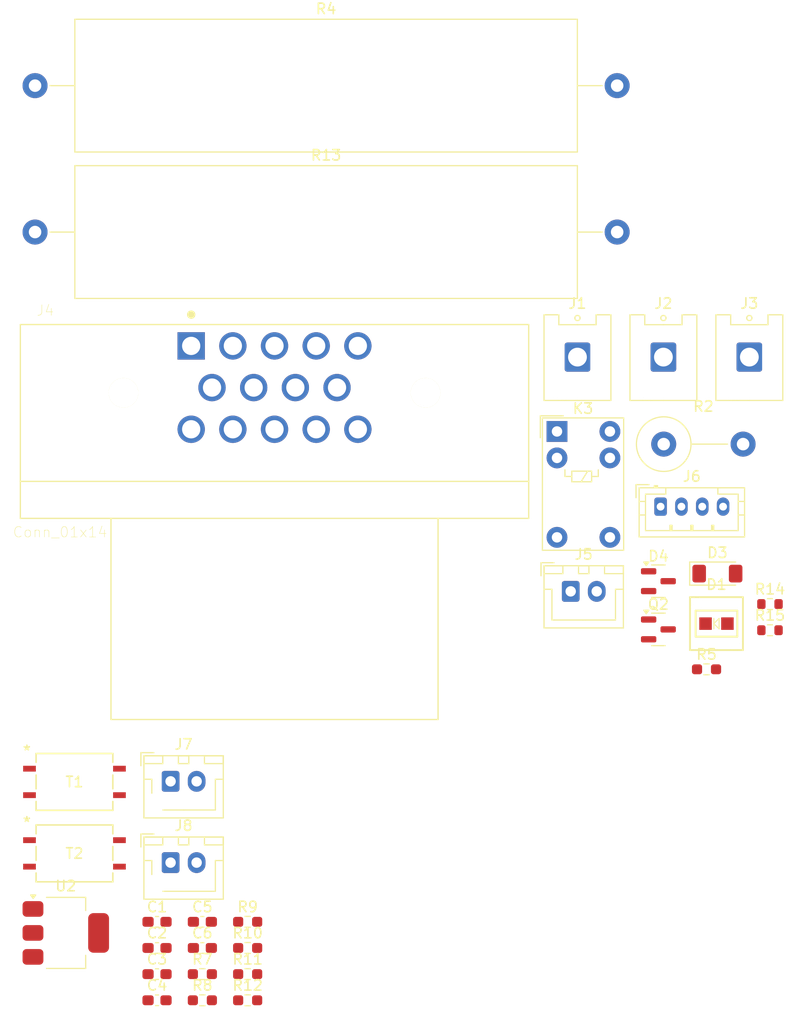
<source format=kicad_pcb>
(kicad_pcb (version 20240108) (generator "pcbnew") (generator_version "8.0")
  (layers (0 "F.Cu" signal) (31 "B.Cu" signal) (34 "B.Paste" user) (35 "F.Paste" user) (36 "B.SilkS" user "B.Silkscreen") (37 "F.SilkS" user "F.Silkscreen") (38 "B.Mask" user) (39 "F.Mask" user) (44 "Edge.Cuts" user))
  (net 0 "")
  (net 1 "GND")
  (net 2 "+3.3V")
  (net 3 "+12V")
  (net 4 "/B-")
  (net 5 "Net-(D1-A)")
  (net 6 "/MAIN_CONT")
  (net 7 "/AIR_B+")
  (net 8 "/AIR_B-")
  (net 9 "/B+")
  (net 10 "/INT")
  (net 11 "/CS1")
  (net 12 "/FAN")
  (net 13 "/MOSI")
  (net 14 "/CS2")
  (net 15 "/MISO")
  (net 16 "/PRECHARGE")
  (net 17 "/SCK")
  (net 18 "/FAN_OUT")
  (net 19 "/IsoSpi/IMA1")
  (net 20 "/IsoSpi/IPA1")
  (net 21 "/IsoSpi/IMA2")
  (net 22 "/IsoSpi/IPA2")
  (net 24 "/Relay_Drive")
  (net 25 "Net-(Q2-B)")
  (net 26 "Net-(K4-Pad4)")
  (net 27 "Net-(IC1-ICMP)")
  (net 28 "Net-(IC1-IBIAS)")
  (net 29 "Net-(IC2-IBIAS)")
  (net 30 "Net-(IC2-ICMP)")
  (net 31 "Net-(IC1-IM)")
  (net 32 "Net-(IC1-IP)")
  (net 33 "Net-(IC2-IM)")
  (net 34 "Net-(IC2-IP)")
  (net 35 "Net-(K5-Pad4)")
  (footprint "Package_TO_SOT_SMD:SOT-223-3_TabPin2" (layer "F.Cu") (at 110.845 155.46)
    (property "Reference" "U2" (at 0 -4.5 0) (layer "F.SilkS"))
    (property "Value" "LT1963AxST-3.3")
    (fp_line (start -1.85 -3.41) (end 1.91 -3.41) (stroke (width 0.12)) (layer "F.SilkS"))
    (fp_line (start -1.85 3.41) (end 1.91 3.41) (stroke (width 0.12)) (layer "F.SilkS"))
    (fp_line (start 1.91 -3.41) (end 1.91 -2.15) (stroke (width 0.12)) (layer "F.SilkS"))
    (fp_line (start 1.91 3.41) (end 1.91 2.15) (stroke (width 0.12)) (layer "F.SilkS"))
    (fp_poly (pts (xy -3.13 -3.31) (xy -3.37 -3.64) (xy -2.89 -3.64) (xy -3.13 -3.31)) (stroke (width 0.12)) (fill solid) (layer "F.SilkS"))
    (pad "1" smd roundrect (at -3.15 -2.3) (size 2 1.5) (layers "F.Cu" "F.Paste" "F.Mask") (net 3 "+12V"))
    (pad "2" smd roundrect (at -3.15 0) (size 2 1.5) (layers "F.Cu" "F.Paste" "F.Mask") (net 1 "GND"))
    (pad "2" smd roundrect (at 3.15 0) (size 2 3.8) (layers "F.Cu" "F.Paste" "F.Mask") (net 1 "GND"))
    (pad "3" smd roundrect (at -3.15 2.3) (size 2 1.5) (layers "F.Cu" "F.Paste" "F.Mask") (net 2 "+3.3V"))
  )
  (footprint "Capacitor_SMD:C_0603_1608Metric_Pad1.08x0.95mm_HandSolder" (layer "F.Cu") (at 123.955 154.395)
    (property "Reference" "C5" (at 0 -1.43 0) (layer "F.SilkS"))
    (property "Value" "0.1u")
    (fp_line (start -0.146267 -0.51) (end 0.146267 -0.51) (stroke (width 0.12)) (layer "F.SilkS"))
    (fp_line (start -0.146267 0.51) (end 0.146267 0.51) (stroke (width 0.12)) (layer "F.SilkS"))
    (pad "1" smd roundrect (at -0.8625 0) (size 1.075 0.95) (layers "F.Cu" "F.Paste" "F.Mask") (net 2 "+3.3V"))
    (pad "2" smd roundrect (at 0.8625 0) (size 1.075 0.95) (layers "F.Cu" "F.Paste" "F.Mask") (net 1 "GND"))
  )
  (footprint "Connector_JST:JST_PH_B4B-PH-K_1x04_P2.00mm_Vertical" (layer "F.Cu") (at 167.945 114.555)
    (property "Reference" "J6" (at 3 -2.9 0) (layer "F.SilkS"))
    (property "Value" "JST PH")
    (fp_line (start -2.36 -2.11) (end -2.36 -0.86) (stroke (width 0.12)) (layer "F.SilkS"))
    (fp_line (start -2.06 -1.81) (end -2.06 2.91) (stroke (width 0.12)) (layer "F.SilkS"))
    (fp_line (start -2.06 -0.5) (end -1.45 -0.5) (stroke (width 0.12)) (layer "F.SilkS"))
    (fp_line (start -2.06 0.8) (end -1.45 0.8) (stroke (width 0.12)) (layer "F.SilkS"))
    (fp_line (start -2.06 2.91) (end 8.06 2.91) (stroke (width 0.12)) (layer "F.SilkS"))
    (fp_line (start -1.45 -1.2) (end -1.45 2.3) (stroke (width 0.12)) (layer "F.SilkS"))
    (fp_line (start -1.45 2.3) (end 7.45 2.3) (stroke (width 0.12)) (layer "F.SilkS"))
    (fp_line (start -1.11 -2.11) (end -2.36 -2.11) (stroke (width 0.12)) (layer "F.SilkS"))
    (fp_line (start -0.6 -2.01) (end -0.6 -1.81) (stroke (width 0.12)) (layer "F.SilkS"))
    (fp_line (start -0.3 -2.01) (end -0.6 -2.01) (stroke (width 0.12)) (layer "F.SilkS"))
    (fp_line (start -0.3 -1.91) (end -0.6 -1.91) (stroke (width 0.12)) (layer "F.SilkS"))
    (fp_line (start -0.3 -1.81) (end -0.3 -2.01) (stroke (width 0.12)) (layer "F.SilkS"))
    (fp_line (start 0.5 -1.81) (end 0.5 -1.2) (stroke (width 0.12)) (layer "F.SilkS"))
    (fp_line (start 0.5 -1.2) (end -1.45 -1.2) (stroke (width 0.12)) (layer "F.SilkS"))
    (fp_line (start 0.9 1.8) (end 1.1 1.8) (stroke (width 0.12)) (layer "F.SilkS"))
    (fp_line (start 0.9 2.3) (end 0.9 1.8) (stroke (width 0.12)) (layer "F.SilkS"))
    (fp_line (start 1 2.3) (end 1 1.8) (stroke (width 0.12)) (layer "F.SilkS"))
    (fp_line (start 1.1 1.8) (end 1.1 2.3) (stroke (width 0.12)) (layer "F.SilkS"))
    (fp_line (start 2.9 1.8) (end 3.1 1.8) (stroke (width 0.12)) (layer "F.SilkS"))
    (fp_line (start 2.9 2.3) (end 2.9 1.8) (stroke (width 0.12)) (layer "F.SilkS"))
    (fp_line (start 3 2.3) (end 3 1.8) (stroke (width 0.12)) (layer "F.SilkS"))
    (fp_line (start 3.1 1.8) (end 3.1 2.3) (stroke (width 0.12)) (layer "F.SilkS"))
    (fp_line (start 4.9 1.8) (end 5.1 1.8) (stroke (width 0.12)) (layer "F.SilkS"))
    (fp_line (start 4.9 2.3) (end 4.9 1.8) (stroke (width 0.12)) (layer "F.SilkS"))
    (fp_line (start 5 2.3) (end 5 1.8) (stroke (width 0.12)) (layer "F.SilkS"))
    (fp_line (start 5.1 1.8) (end 5.1 2.3) (stroke (width 0.12)) (layer "F.SilkS"))
    (fp_line (start 5.5 -1.2) (end 5.5 -1.81) (stroke (width 0.12)) (layer "F.SilkS"))
    (fp_line (start 7.45 -1.2) (end 5.5 -1.2) (stroke (width 0.12)) (layer "F.SilkS"))
    (fp_line (start 7.45 2.3) (end 7.45 -1.2) (stroke (width 0.12)) (layer "F.SilkS"))
    (fp_line (start 8.06 -1.81) (end -2.06 -1.81) (stroke (width 0.12)) (layer "F.SilkS"))
    (fp_line (start 8.06 -0.5) (end 7.45 -0.5) (stroke (width 0.12)) (layer "F.SilkS"))
    (fp_line (start 8.06 0.8) (end 7.45 0.8) (stroke (width 0.12)) (layer "F.SilkS"))
    (fp_line (start 8.06 2.91) (end 8.06 -1.81) (stroke (width 0.12)) (layer "F.SilkS"))
    (pad "1" thru_hole roundrect (at 0 0) (size 1.2 1.75) (drill 0.75) (layers "*.Cu" "*.Mask") (roundrect_rratio 0.208333) (net 7 "/AIR_B+"))
    (pad "2" thru_hole oval (at 2 0) (size 1.2 1.75) (drill 0.75) (layers "*.Cu" "*.Mask") (net 8 "/AIR_B-"))
    (pad "3" thru_hole oval (at 4 0) (size 1.2 1.75) (drill 0.75) (layers "*.Cu" "*.Mask") (net 1 "GND"))
    (pad "4" thru_hole oval (at 6 0) (size 1.2 1.75) (drill 0.75) (layers "*.Cu" "*.Mask") (net 1 "GND"))
  )
  (footprint "Connector_Hirose:Hirose_DF63M-1P-3.96DSA_1x01_P3.96mm_Vertical" (layer "F.Cu") (at 168.215 100.205)
    (property "Reference" "J2" (at 0 -5.15 0) (layer "F.SilkS"))
    (property "Value" "Conn_01x01")
    (fp_line (start -3.21 -4.06) (end -1.79 -4.06) (stroke (width 0.12)) (layer "F.SilkS"))
    (fp_line (start -3.21 4.16) (end -3.21 -4.06) (stroke (width 0.12)) (layer "F.SilkS"))
    (fp_line (start -1.79 -4.06) (end -1.79 -3.11) (stroke (width 0.12)) (layer "F.SilkS"))
    (fp_line (start -1.79 -3.11) (end 0 -3.11) (stroke (width 0.12)) (layer "F.SilkS"))
    (fp_line (start 0 4.16) (end -3.21 4.16) (stroke (width 0.12)) (layer "F.SilkS"))
    (fp_line (start 0 4.16) (end 3.21 4.16) (stroke (width 0.12)) (layer "F.SilkS"))
    (fp_line (start 1.79 -4.06) (end 1.79 -3.11) (stroke (width 0.12)) (layer "F.SilkS"))
    (fp_line (start 1.79 -3.11) (end 0 -3.11) (stroke (width 0.12)) (layer "F.SilkS"))
    (fp_line (start 3.21 -4.06) (end 1.79 -4.06) (stroke (width 0.12)) (layer "F.SilkS"))
    (fp_line (start 3.21 4.16) (end 3.21 -4.06) (stroke (width 0.12)) (layer "F.SilkS"))
    (fp_circle (center 0 -3.75) (end 0.25 -3.75) (stroke (width 0.12)) (fill none) (layer "F.SilkS"))
    (pad "" np_thru_hole circle (at -1.5 3.25) (size 1.6 1.6) (drill 1.6) (layers "*.Cu" "*.Mask"))
    (pad "1" thru_hole roundrect (at 0 0) (size 2.46 2.8) (drill 1.8) (layers "*.Cu" "*.Mask") (roundrect_rratio 0.101626) (net 9 "/B+"))
  )
  (footprint "Resistor_SMD:R_0603_1608Metric_Pad0.98x0.95mm_HandSolder" (layer "F.Cu") (at 123.955 161.925)
    (property "Reference" "R8" (at 0 -1.43 0) (layer "F.SilkS"))
    (property "Value" "1k")
    (fp_line (start -0.254724 -0.5225) (end 0.254724 -0.5225) (stroke (width 0.12)) (layer "F.SilkS"))
    (fp_line (start -0.254724 0.5225) (end 0.254724 0.5225) (stroke (width 0.12)) (layer "F.SilkS"))
    (pad "1" smd roundrect (at -0.9125 0) (size 0.975 0.95) (layers "F.Cu" "F.Paste" "F.Mask") (net 27 "Net-(IC1-ICMP)"))
    (pad "2" smd roundrect (at 0.9125 0) (size 0.975 0.95) (layers "F.Cu" "F.Paste" "F.Mask") (net 1 "GND"))
  )
  (footprint "Connector_JST:JST_XH_B2B-XH-AM_1x02_P2.50mm_Vertical" (layer "F.Cu") (at 120.905 140.915)
    (property "Reference" "J7" (at 1.25 -3.55 0) (layer "F.SilkS"))
    (property "Value" "Conn_01x02")
    (fp_line (start -2.85 -2.75) (end -2.85 -1.5) (stroke (width 0.12)) (layer "F.SilkS"))
    (fp_line (start -2.56 -2.46) (end -2.56 3.51) (stroke (width 0.12)) (layer "F.SilkS"))
    (fp_line (start -2.56 3.51) (end 5.06 3.51) (stroke (width 0.12)) (layer "F.SilkS"))
    (fp_line (start -2.55 -2.45) (end -2.55 -1.7) (stroke (width 0.12)) (layer "F.SilkS"))
    (fp_line (start -2.55 -1.7) (end -0.75 -1.7) (stroke (width 0.12)) (layer "F.SilkS"))
    (fp_line (start -2.55 -0.2) (end -1.8 -0.2) (stroke (width 0.12)) (layer "F.SilkS"))
    (fp_line (start -1.8 -0.2) (end -1.8 1.14) (stroke (width 0.12)) (layer "F.SilkS"))
    (fp_line (start -1.6 -2.75) (end -2.85 -2.75) (stroke (width 0.12)) (layer "F.SilkS"))
    (fp_line (start -0.75 -2.45) (end -2.55 -2.45) (stroke (width 0.12)) (layer "F.SilkS"))
    (fp_line (start -0.75 -1.7) (end -0.75 -2.45) (stroke (width 0.12)) (layer "F.SilkS"))
    (fp_line (start 0.75 -2.45) (end 0.75 -1.7) (stroke (width 0.12)) (layer "F.SilkS"))
    (fp_line (start 0.75 -1.7) (end 1.75 -1.7) (stroke (width 0.12)) (layer "F.SilkS"))
    (fp_line (start 1.25 2.75) (end -0.74 2.75) (stroke (width 0.12)) (layer "F.SilkS"))
    (fp_line (start 1.75 -2.45) (end 0.75 -2.45) (stroke (width 0.12)) (layer "F.SilkS"))
    (fp_line (start 1.75 -1.7) (end 1.75 -2.45) (stroke (width 0.12)) (layer "F.SilkS"))
    (fp_line (start 3.25 -2.45) (end 3.25 -1.7) (stroke (width 0.12)) (layer "F.SilkS"))
    (fp_line (start 3.25 -1.7) (end 5.05 -1.7) (stroke (width 0.12)) (layer "F.SilkS"))
    (fp_line (start 4.3 -0.2) (end 4.3 2.75) (stroke (width 0.12)) (layer "F.SilkS"))
    (fp_line (start 4.3 2.75) (end 1.25 2.75) (stroke (width 0.12)) (layer "F.SilkS"))
    (fp_line (start 5.05 -2.45) (end 3.25 -2.45) (stroke (width 0.12)) (layer "F.SilkS"))
    (fp_line (start 5.05 -1.7) (end 5.05 -2.45) (stroke (width 0.12)) (layer "F.SilkS"))
    (fp_line (start 5.05 -0.2) (end 4.3 -0.2) (stroke (width 0.12)) (layer "F.SilkS"))
    (fp_line (start 5.06 -2.46) (end -2.56 -2.46) (stroke (width 0.12)) (layer "F.SilkS"))
    (fp_line (start 5.06 3.51) (end 5.06 -2.46) (stroke (width 0.12)) (layer "F.SilkS"))
    (pad "" np_thru_hole circle (at -1.6 2) (size 1.2 1.2) (drill 1.2) (layers "*.Cu" "*.Mask"))
    (pad "1" thru_hole roundrect (at 0 0) (size 1.7 2) (drill 1) (layers "*.Cu" "*.Mask") (roundrect_rratio 0.147059) (net 20 "/IsoSpi/IPA1"))
    (pad "2" thru_hole oval (at 2.5 0) (size 1.7 2) (drill 1) (layers "*.Cu" "*.Mask") (net 19 "/IsoSpi/IMA1"))
  )
  (footprint "Resistor_THT:R_Axial_Power_L48.0mm_W12.5mm_P55.88mm" (layer "F.Cu") (at 107.895 74.155)
    (property "Reference" "R4" (at 27.94 -7.37 0) (layer "F.SilkS"))
    (property "Value" "2.5K")
    (fp_line (start 1.44 0) (end 3.82 0) (stroke (width 0.12)) (layer "F.SilkS"))
    (fp_line (start 3.82 -6.37) (end 3.82 6.37) (stroke (width 0.12)) (layer "F.SilkS"))
    (fp_line (start 3.82 6.37) (end 52.06 6.37) (stroke (width 0.12)) (layer "F.SilkS"))
    (fp_line (start 52.06 -6.37) (end 3.82 -6.37) (stroke (width 0.12)) (layer "F.SilkS"))
    (fp_line (start 52.06 6.37) (end 52.06 -6.37) (stroke (width 0.12)) (layer "F.SilkS"))
    (fp_line (start 54.44 0) (end 52.06 0) (stroke (width 0.12)) (layer "F.SilkS"))
    (pad "1" thru_hole circle (at 0 0) (size 2.4 2.4) (drill 1.2) (layers "*.Cu" "*.Mask") (net 4 "/B-"))
    (pad "2" thru_hole oval (at 55.88 0) (size 2.4 2.4) (drill 1.2) (layers "*.Cu" "*.Mask") (net 26 "Net-(K4-Pad4)"))
  )
  (footprint "AERO_Footprints:LPA-C011301S-x LED 0805 LIGHT PIPE SINGLE VERT SMD" (layer "F.Cu") (at 173.31 125.78)
    (property "Reference" "D1" (at 0 -3.75 0) (layer "F.SilkS"))
    (property "Value" "LED")
    (fp_line (start -2.54 -2.54) (end 2.54 -2.54) (stroke (width 0.18)) (layer "F.SilkS"))
    (fp_line (start -2.54 2.54) (end -2.54 -2.54) (stroke (width 0.18)) (layer "F.SilkS"))
    (fp_line (start -2 -1.25) (end 2 -1.25) (stroke (width 0.18)) (layer "F.SilkS"))
    (fp_line (start -2 1.25) (end -2 -1.25) (stroke (width 0.18)) (layer "F.SilkS"))
    (fp_line (start -0.25 -0.5) (end -0.25 0.5) (stroke (width 0.1)) (layer "F.SilkS"))
    (fp_line (start -0.25 0) (end 0.25 -0.5) (stroke (width 0.1)) (layer "F.SilkS"))
    (fp_line (start 0.25 -0.5) (end 0.25 0.5) (stroke (width 0.1)) (layer "F.SilkS"))
    (fp_line (start 0.25 0.5) (end -0.25 0) (stroke (width 0.1)) (layer "F.SilkS"))
    (fp_line (start 2 -1.25) (end 2 1.25) (stroke (width 0.18)) (layer "F.SilkS"))
    (fp_line (start 2 1.25) (end -2 1.25) (stroke (width 0.18)) (layer "F.SilkS"))
    (fp_line (start 2.54 -2.54) (end 2.54 2.54) (stroke (width 0.18)) (layer "F.SilkS"))
    (fp_line (start 2.54 2.54) (end -2.54 2.54) (stroke (width 0.18)) (layer "F.SilkS"))
    (pad "" np_thru_hole circle (at -1.89 -1.89) (size 1 1) (drill 1) (layers "*.Cu" "*.Mask"))
    (pad "" np_thru_hole circle (at 1.89 1.89) (size 1 1) (drill 1) (layers "*.Cu" "*.Mask"))
    (pad "1" smd rect (at -1.05 0) (size 1.2 1.2) (layers "F.Cu" "F.Paste" "F.Mask") (net 4 "/B-"))
    (pad "2" smd rect (at 1.05 0) (size 1.2 1.2) (layers "F.Cu" "F.Paste" "F.Mask") (net 5 "Net-(D1-A)"))
  )
  (footprint "Resistor_SMD:R_0603_1608Metric_Pad0.98x0.95mm_HandSolder" (layer "F.Cu") (at 172.355 130.165)
    (property "Reference" "R5" (at 0 -1.43 0) (layer "F.SilkS"))
    (property "Value" "15k")
    (fp_line (start -0.254724 -0.5225) (end 0.254724 -0.5225) (stroke (width 0.12)) (layer "F.SilkS"))
    (fp_line (start -0.254724 0.5225) (end 0.254724 0.5225) (stroke (width 0.12)) (layer "F.SilkS"))
    (pad "1" smd roundrect (at -0.9125 0) (size 0.975 0.95) (layers "F.Cu" "F.Paste" "F.Mask") (net 1 "GND"))
    (pad "2" smd roundrect (at 0.9125 0) (size 0.975 0.95) (layers "F.Cu" "F.Paste" "F.Mask") (net 8 "/AIR_B-"))
  )
  (footprint "Connector_JST:JST_XH_B2B-XH-A_1x02_P2.50mm_Vertical" (layer "F.Cu") (at 159.315 122.685)
    (property "Reference" "J5" (at 1.25 -3.55 0) (layer "F.SilkS"))
    (property "Value" "Conn_01x02")
    (fp_line (start -2.85 -2.75) (end -2.85 -1.5) (stroke (width 0.12)) (layer "F.SilkS"))
    (fp_line (start -2.56 -2.46) (end -2.56 3.51) (stroke (width 0.12)) (layer "F.SilkS"))
    (fp_line (start -2.56 3.51) (end 5.06 3.51) (stroke (width 0.12)) (layer "F.SilkS"))
    (fp_line (start -2.55 -2.45) (end -2.55 -1.7) (stroke (width 0.12)) (layer "F.SilkS"))
    (fp_line (start -2.55 -1.7) (end -0.75 -1.7) (stroke (width 0.12)) (layer "F.SilkS"))
    (fp_line (start -2.55 -0.2) (end -1.8 -0.2) (stroke (width 0.12)) (layer "F.SilkS"))
    (fp_line (start -1.8 -0.2) (end -1.8 2.75) (stroke (width 0.12)) (layer "F.SilkS"))
    (fp_line (start -1.8 2.75) (end 1.25 2.75) (stroke (width 0.12)) (layer "F.SilkS"))
    (fp_line (start -1.6 -2.75) (end -2.85 -2.75) (stroke (width 0.12)) (layer "F.SilkS"))
    (fp_line (start -0.75 -2.45) (end -2.55 -2.45) (stroke (width 0.12)) (layer "F.SilkS"))
    (fp_line (start -0.75 -1.7) (end -0.75 -2.45) (stroke (width 0.12)) (layer "F.SilkS"))
    (fp_line (start 0.75 -2.45) (end 0.75 -1.7) (stroke (width 0.12)) (layer "F.SilkS"))
    (fp_line (start 0.75 -1.7) (end 1.75 -1.7) (stroke (width 0.12)) (layer "F.SilkS"))
    (fp_line (start 1.75 -2.45) (end 0.75 -2.45) (stroke (width 0.12)) (layer "F.SilkS"))
    (fp_line (start 1.75 -1.7) (end 1.75 -2.45) (stroke (width 0.12)) (layer "F.SilkS"))
    (fp_line (start 3.25 -2.45) (end 3.25 -1.7) (stroke (width 0.12)) (layer "F.SilkS"))
    (fp_line (start 3.25 -1.7) (end 5.05 -1.7) (stroke (width 0.12)) (layer "F.SilkS"))
    (fp_line (start 4.3 -0.2) (end 4.3 2.75) (stroke (width 0.12)) (layer "F.SilkS"))
    (fp_line (start 4.3 2.75) (end 1.25 2.75) (stroke (width 0.12)) (layer "F.SilkS"))
    (fp_line (start 5.05 -2.45) (end 3.25 -2.45) (stroke (width 0.12)) (layer "F.SilkS"))
    (fp_line (start 5.05 -1.7) (end 5.05 -2.45) (stroke (width 0.12)) (layer "F.SilkS"))
    (fp_line (start 5.05 -0.2) (end 4.3 -0.2) (stroke (width 0.12)) (layer "F.SilkS"))
    (fp_line (start 5.06 -2.46) (end -2.56 -2.46) (stroke (width 0.12)) (layer "F.SilkS"))
    (fp_line (start 5.06 3.51) (end 5.06 -2.46) (stroke (width 0.12)) (layer "F.SilkS"))
    (pad "1" thru_hole roundrect (at 0 0) (size 1.7 2) (drill 1) (layers "*.Cu" "*.Mask") (roundrect_rratio 0.147059) (net 18 "/FAN_OUT"))
    (pad "2" thru_hole oval (at 2.5 0) (size 1.7 2) (drill 1) (layers "*.Cu" "*.Mask") (net 1 "GND"))
  )
  (footprint "AERO_Footprints:TE_1-776266-1_14pin_Horizontal" (layer "F.Cu") (at 130.8835 103.13)
    (property "Reference" "J4" (at -22.0027 -7.39933 0) (layer "F.SilkS") (effects (font (size 1.00194 1.00194) (thickness 0.05))))
    (property "Value" "Conn_01x14" (at -20.5865 13.8727 0) (layer "F.SilkS") (effects (font (size 1.00056 1.00056) (thickness 0.05))))
    (fp_line (start -24.4 -6.05) (end -24.4 9) (stroke (width 0.127)) (layer "F.SilkS"))
    (fp_line (start -24.4 -6.05) (end 24.4 -6.05) (stroke (width 0.127)) (layer "F.SilkS"))
    (fp_line (start -24.4 9) (end 24.4 9) (stroke (width 0.127)) (layer "F.SilkS"))
    (fp_line (start -24.4 12.55) (end -24.4 9) (stroke (width 0.127)) (layer "F.SilkS"))
    (fp_line (start -24.4 12.55) (end -15.7 12.55) (stroke (width 0.127)) (layer "F.SilkS"))
    (fp_line (start -15.7 12.55) (end -15.7 31.85) (stroke (width 0.127)) (layer "F.SilkS"))
    (fp_line (start -15.7 12.55) (end 15.7 12.55) (stroke (width 0.127)) (layer "F.SilkS"))
    (fp_line (start -15.7 31.85) (end 15.7 31.85) (stroke (width 0.127)) (layer "F.SilkS"))
    (fp_line (start 15.7 12.55) (end 24.4 12.55) (stroke (width 0.127)) (layer "F.SilkS"))
    (fp_line (start 15.7 31.85) (end 15.7 12.55) (stroke (width 0.127)) (layer "F.SilkS"))
    (fp_line (start 24.4 9) (end 24.4 -6.05) (stroke (width 0.127)) (layer "F.SilkS"))
    (fp_line (start 24.4 9) (end 24.4 12.55) (stroke (width 0.127)) (layer "F.SilkS"))
    (fp_circle (center -8 -7) (end -7.8 -7) (stroke (width 0.4)) (fill none) (layer "F.SilkS"))
    (pad "" np_thru_hole circle (at -14.5 0.5) (size 2.85 2.85) (drill 2.85) (layers "*.Cu" "*.Mask" "F.SilkS"))
    (pad "" np_thru_hole circle (at 14.5 0.5) (size 2.85 2.85) (drill 2.85) (layers "*.Cu" "*.Mask" "F.SilkS"))
    (pad "1" thru_hole rect (at -8 -4) (size 2.625 2.625) (drill 1.75) (layers "*.Cu" "*.Mask") (net 6 "/MAIN_CONT"))
    (pad "2" thru_hole circle (at -4 -4) (size 2.625 2.625) (drill 1.75) (layers "*.Cu" "*.Mask") (net 16 "/PRECHARGE"))
    (pad "3" thru_hole circle (at 0 -4) (size 2.625 2.625) (drill 1.75) (layers "*.Cu" "*.Mask") (net 15 "/MISO"))
    (pad "4" thru_hole circle (at 4 -4) (size 2.625 2.625) (drill 1.75) (layers "*.Cu" "*.Mask") (net 13 "/MOSI"))
    (pad "5" thru_hole circle (at 8 -4) (size 2.625 2.625) (drill 1.75) (layers "*.Cu" "*.Mask") (net 14 "/CS2"))
    (pad "6" thru_hole circle (at -6 0) (size 2.625 2.625) (drill 1.75) (layers "*.Cu" "*.Mask") (net 1 "GND"))
    (pad "7" thru_hole circle (at -2 0) (size 2.625 2.625) (drill 1.75) (layers "*.Cu" "*.Mask") (net 1 "GND"))
    (pad "8" thru_hole circle (at 2 0) (size 2.625 2.625) (drill 1.75) (layers "*.Cu" "*.Mask") (net 1 "GND"))
    (pad "9" thru_hole circle (at 6 0) (size 2.625 2.625) (drill 1.75) (layers "*.Cu" "*.Mask") (net 17 "/SCK"))
    (pad "10" thru_hole circle (at -8 4) (size 2.625 2.625) (drill 1.75) (layers "*.Cu" "*.Mask") (net 1 "GND"))
    (pad "11" thru_hole circle (at -4 4) (size 2.625 2.625) (drill 1.75) (layers "*.Cu" "*.Mask") (net 8 "/AIR_B-"))
    (pad "12" thru_hole circle (at 0 4) (size 2.625 2.625) (drill 1.75) (layers "*.Cu" "*.Mask") (net 3 "+12V"))
    (pad "13" thru_hole circle (at 4 4) (size 2.625 2.625) (drill 1.75) (layers "*.Cu" "*.Mask") (net 12 "/FAN"))
    (pad "14" thru_hole circle (at 8 4) (size 2.625 2.625) (drill 1.75) (layers "*.Cu" "*.Mask") (net 11 "/CS1"))
  )
  (footprint "Package_TO_SOT_SMD:SOT-23" (layer "F.Cu") (at 167.735 126.335)
    (property "Reference" "Q2" (at 0 -2.4 0) (layer "F.SilkS"))
    (property "Value" "MMBT2222A")
    (fp_line (start 0 -1.56) (end -0.65 -1.56) (stroke (width 0.12)) (layer "F.SilkS"))
    (fp_line (start 0 -1.56) (end 0.65 -1.56) (stroke (width 0.12)) (layer "F.SilkS"))
    (fp_line (start 0 1.56) (end -0.65 1.56) (stroke (width 0.12)) (layer "F.SilkS"))
    (fp_line (start 0 1.56) (end 0.65 1.56) (stroke (width 0.12)) (layer "F.SilkS"))
    (fp_poly (pts (xy -1.1625 -1.51) (xy -1.4025 -1.84) (xy -0.9225 -1.84) (xy -1.1625 -1.51)) (stroke (width 0.12)) (fill solid) (layer "F.SilkS"))
    (pad "1" smd roundrect (at -0.9375 -0.95) (size 1.475 0.6) (layers "F.Cu" "F.Paste" "F.Mask") (net 25 "Net-(Q2-B)"))
    (pad "2" smd roundrect (at -0.9375 0.95) (size 1.475 0.6) (layers "F.Cu" "F.Paste" "F.Mask") (net 1 "GND"))
    (pad "3" smd roundrect (at 0.9375 0) (size 1.475 0.6) (layers "F.Cu" "F.Paste" "F.Mask") (net 24 "/Relay_Drive"))
  )
  (footprint "Resistor_SMD:R_0603_1608Metric_Pad0.98x0.95mm_HandSolder" (layer "F.Cu") (at 123.955 159.415)
    (property "Reference" "R7" (at 0 -1.43 0) (layer "F.SilkS"))
    (property "Value" "1k")
    (fp_line (start -0.254724 -0.5225) (end 0.254724 -0.5225) (stroke (width 0.12)) (layer "F.SilkS"))
    (fp_line (start -0.254724 0.5225) (end 0.254724 0.5225) (stroke (width 0.12)) (layer "F.SilkS"))
    (pad "1" smd roundrect (at -0.9125 0) (size 0.975 0.95) (layers "F.Cu" "F.Paste" "F.Mask") (net 28 "Net-(IC1-IBIAS)"))
    (pad "2" smd roundrect (at 0.9125 0) (size 0.975 0.95) (layers "F.Cu" "F.Paste" "F.Mask") (net 27 "Net-(IC1-ICMP)"))
  )
  (footprint "Capacitor_SMD:C_0603_1608Metric_Pad1.08x0.95mm_HandSolder" (layer "F.Cu") (at 123.955 156.905)
    (property "Reference" "C6" (at 0 -1.43 0) (layer "F.SilkS"))
    (property "Value" "0.1u")
    (fp_line (start -0.146267 -0.51) (end 0.146267 -0.51) (stroke (width 0.12)) (layer "F.SilkS"))
    (fp_line (start -0.146267 0.51) (end 0.146267 0.51) (stroke (width 0.12)) (layer "F.SilkS"))
    (pad "1" smd roundrect (at -0.8625 0) (size 1.075 0.95) (layers "F.Cu" "F.Paste" "F.Mask") (net 2 "+3.3V"))
    (pad "2" smd roundrect (at 0.8625 0) (size 1.075 0.95) (layers "F.Cu" "F.Paste" "F.Mask") (net 1 "GND"))
  )
  (footprint "Resistor_SMD:R_0603_1608Metric" (layer "F.Cu") (at 178.445 126.415)
    (property "Reference" "R15" (at 0 -1.43 0) (layer "F.SilkS"))
    (property "Value" "2k")
    (fp_line (start -0.237258 -0.5225) (end 0.237258 -0.5225) (stroke (width 0.12)) (layer "F.SilkS"))
    (fp_line (start -0.237258 0.5225) (end 0.237258 0.5225) (stroke (width 0.12)) (layer "F.SilkS"))
    (pad "1" smd roundrect (at -0.825 0) (size 0.8 0.95) (layers "F.Cu" "F.Paste" "F.Mask") (net 1 "GND"))
    (pad "2" smd roundrect (at 0.825 0) (size 0.8 0.95) (layers "F.Cu" "F.Paste" "F.Mask") (net 16 "/PRECHARGE"))
  )
  (footprint "Resistor_SMD:R_0603_1608Metric" (layer "F.Cu") (at 178.445 123.905)
    (property "Reference" "R14" (at 0 -1.43 0) (layer "F.SilkS"))
    (property "Value" "10k")
    (fp_line (start -0.237258 -0.5225) (end 0.237258 -0.5225) (stroke (width 0.12)) (layer "F.SilkS"))
    (fp_line (start -0.237258 0.5225) (end 0.237258 0.5225) (stroke (width 0.12)) (layer "F.SilkS"))
    (pad "1" smd roundrect (at -0.825 0) (size 0.8 0.95) (layers "F.Cu" "F.Paste" "F.Mask") (net 25 "Net-(Q2-B)"))
    (pad "2" smd roundrect (at 0.825 0) (size 0.8 0.95) (layers "F.Cu" "F.Paste" "F.Mask") (net 16 "/PRECHARGE"))
  )
  (footprint "Resistor_SMD:R_0603_1608Metric_Pad0.98x0.95mm_HandSolder" (layer "F.Cu") (at 128.305 156.905)
    (property "Reference" "R10" (at 0 -1.43 0) (layer "F.SilkS"))
    (property "Value" "1k")
    (fp_line (start -0.254724 -0.5225) (end 0.254724 -0.5225) (stroke (width 0.12)) (layer "F.SilkS"))
    (fp_line (start -0.254724 0.5225) (end 0.254724 0.5225) (stroke (width 0.12)) (layer "F.SilkS"))
    (pad "1" smd roundrect (at -0.9125 0) (size 0.975 0.95) (layers "F.Cu" "F.Paste" "F.Mask") (net 30 "Net-(IC2-ICMP)"))
    (pad "2" smd roundrect (at 0.9125 0) (size 0.975 0.95) (layers "F.Cu" "F.Paste" "F.Mask") (net 1 "GND"))
  )
  (footprint "Diode_SMD:D_MiniMELF" (layer "F.Cu") (at 173.4 120.98)
    (property "Reference" "D3" (at 0 -2 0) (layer "F.SilkS"))
    (property "Value" "1N4148")
    (fp_line (start -2.66 -1.11) (end -2.66 1.11) (stroke (width 0.12)) (layer "F.SilkS"))
    (fp_line (start -2.66 1.11) (end 1.75 1.11) (stroke (width 0.12)) (layer "F.SilkS"))
    (fp_line (start 1.75 -1.11) (end -2.66 -1.11) (stroke (width 0.12)) (layer "F.SilkS"))
    (pad "1" smd roundrect (at -1.75 0) (size 1.3 1.7) (layers "F.Cu" "F.Paste" "F.Mask") (roundrect_rratio 0.1923076923) (net 6 "/MAIN_CONT"))
    (pad "2" smd roundrect (at 1.75 0) (size 1.3 1.7) (layers "F.Cu" "F.Paste" "F.Mask") (roundrect_rratio 0.1923076923) (net 1 "GND"))
  )
  (footprint "AERO_Footprints:SOIC4_CBM4D19_SUM" (layer "F.Cu") (at 111.6778 140.9702)
    (property "Reference" "T1" (at 0 0 0) (layer "F.SilkS"))
    (property "Value" "ESMIT-4180_C")
    (fp_line (start -3.683 -2.727) (end -3.683 -1.881169) (stroke (width 0.1524)) (layer "F.SilkS"))
    (fp_line (start -3.683 -0.658831) (end -3.683 0.658831) (stroke (width 0.1524)) (layer "F.SilkS"))
    (fp_line (start -3.683 1.881169) (end -3.683 2.727) (stroke (width 0.1524)) (layer "F.SilkS"))
    (fp_line (start -3.683 2.727) (end 3.683 2.727) (stroke (width 0.1524)) (layer "F.SilkS"))
    (fp_line (start 3.683 -2.727) (end -3.683 -2.727) (stroke (width 0.1524)) (layer "F.SilkS"))
    (fp_line (start 3.683 -1.881169) (end 3.683 -2.727) (stroke (width 0.1524)) (layer "F.SilkS"))
    (fp_line (start 3.683 0.658831) (end 3.683 -0.658831) (stroke (width 0.1524)) (layer "F.SilkS"))
    (fp_line (start 3.683 2.727) (end 3.683 1.881169) (stroke (width 0.1524)) (layer "F.SilkS"))
    (fp_text user "*" (at -4.572 -2.9718 0) (layer "F.SilkS"))
    (fp_text user "*" (at -4.572 -2.9718 0) (layer "F.SilkS"))
    (pad "1" smd rect (at -4.318 -1.27) (size 1.2192 0.5588) (layers "F.Cu" "F.Paste" "F.Mask") (net 32 "Net-(IC1-IP)"))
    (pad "2" smd rect (at -4.318 1.27) (size 1.2192 0.5588) (layers "F.Cu" "F.Paste" "F.Mask") (net 31 "Net-(IC1-IM)"))
    (pad "3" smd rect (at 4.318 1.27) (size 1.2192 0.5588) (layers "F.Cu" "F.Paste" "F.Mask") (net 19 "/IsoSpi/IMA1"))
    (pad "4" smd rect (at 4.318 -1.27) (size 1.2192 0.5588) (layers "F.Cu" "F.Paste" "F.Mask") (net 20 "/IsoSpi/IPA1"))
  )
  (footprint "Resistor_SMD:R_0603_1608Metric_Pad0.98x0.95mm_HandSolder" (layer "F.Cu") (at 128.305 159.415)
    (property "Reference" "R11" (at 0 -1.43 0) (layer "F.SilkS"))
    (property "Value" "100")
    (fp_line (start -0.254724 -0.5225) (end 0.254724 -0.5225) (stroke (width 0.12)) (layer "F.SilkS"))
    (fp_line (start -0.254724 0.5225) (end 0.254724 0.5225) (stroke (width 0.12)) (layer "F.SilkS"))
    (pad "1" smd roundrect (at -0.9125 0) (size 0.975 0.95) (layers "F.Cu" "F.Paste" "F.Mask") (net 32 "Net-(IC1-IP)"))
    (pad "2" smd roundrect (at 0.9125 0) (size 0.975 0.95) (layers "F.Cu" "F.Paste" "F.Mask") (net 31 "Net-(IC1-IM)"))
  )
  (footprint "Connector_Hirose:Hirose_DF63M-1P-3.96DSA_1x01_P3.96mm_Vertical" (layer "F.Cu") (at 176.465 100.205)
    (property "Reference" "J3" (at 0 -5.15 0) (layer "F.SilkS"))
    (property "Value" "Conn_01x01")
    (fp_line (start -3.21 -4.06) (end -1.79 -4.06) (stroke (width 0.12)) (layer "F.SilkS"))
    (fp_line (start -3.21 4.16) (end -3.21 -4.06) (stroke (width 0.12)) (layer "F.SilkS"))
    (fp_line (start -1.79 -4.06) (end -1.79 -3.11) (stroke (width 0.12)) (layer "F.SilkS"))
    (fp_line (start -1.79 -3.11) (end 0 -3.11) (stroke (width 0.12)) (layer "F.SilkS"))
    (fp_line (start 0 4.16) (end -3.21 4.16) (stroke (width 0.12)) (layer "F.SilkS"))
    (fp_line (start 0 4.16) (end 3.21 4.16) (stroke (width 0.12)) (layer "F.SilkS"))
    (fp_line (start 1.79 -4.06) (end 1.79 -3.11) (stroke (width 0.12)) (layer "F.SilkS"))
    (fp_line (start 1.79 -3.11) (end 0 -3.11) (stroke (width 0.12)) (layer "F.SilkS"))
    (fp_line (start 3.21 -4.06) (end 1.79 -4.06) (stroke (width 0.12)) (layer "F.SilkS"))
    (fp_line (start 3.21 4.16) (end 3.21 -4.06) (stroke (width 0.12)) (layer "F.SilkS"))
    (fp_circle (center 0 -3.75) (end 0.25 -3.75) (stroke (width 0.12)) (fill none) (layer "F.SilkS"))
    (pad "" np_thru_hole circle (at -1.5 3.25) (size 1.6 1.6) (drill 1.6) (layers "*.Cu" "*.Mask"))
    (pad "1" thru_hole roundrect (at 0 0) (size 2.46 2.8) (drill 1.8) (layers "*.Cu" "*.Mask") (roundrect_rratio 0.101626) (net 10 "/INT"))
  )
  (footprint "Capacitor_SMD:C_0603_1608Metric_Pad1.08x0.95mm_HandSolder" (layer "F.Cu") (at 119.605 156.905)
    (property "Reference" "C2" (at 0 -1.43 0) (layer "F.SilkS"))
    (property "Value" "0.1u")
    (fp_line (start -0.146267 -0.51) (end 0.146267 -0.51) (stroke (width 0.12)) (layer "F.SilkS"))
    (fp_line (start -0.146267 0.51) (end 0.146267 0.51) (stroke (width 0.12)) (layer "F.SilkS"))
    (pad "1" smd roundrect (at -0.8625 0) (size 1.075 0.95) (layers "F.Cu" "F.Paste" "F.Mask") (net 2 "+3.3V"))
    (pad "2" smd roundrect (at 0.8625 0) (size 1.075 0.95) (layers "F.Cu" "F.Paste" "F.Mask") (net 1 "GND"))
  )
  (footprint "Capacitor_SMD:C_0603_1608Metric_Pad1.08x0.95mm_HandSolder" (layer "F.Cu") (at 119.605 159.415)
    (property "Reference" "C3" (at 0 -1.43 0) (layer "F.SilkS"))
    (property "Value" "10u")
    (fp_line (start -0.146267 -0.51) (end 0.146267 -0.51) (stroke (width 0.12)) (layer "F.SilkS"))
    (fp_line (start -0.146267 0.51) (end 0.146267 0.51) (stroke (width 0.12)) (layer "F.SilkS"))
    (pad "1" smd roundrect (at -0.8625 0) (size 1.075 0.95) (layers "F.Cu" "F.Paste" "F.Mask") (net 2 "+3.3V"))
    (pad "2" smd roundrect (at 0.8625 0) (size 1.075 0.95) (layers "F.Cu" "F.Paste" "F.Mask") (net 1 "GND"))
  )
  (footprint "Connector_Hirose:Hirose_DF63M-1P-3.96DSA_1x01_P3.96mm_Vertical" (layer "F.Cu") (at 159.965 100.205)
    (property "Reference" "J1" (at 0 -5.15 0) (layer "F.SilkS"))
    (property "Value" "Conn_01x01")
    (fp_line (start -3.21 -4.06) (end -1.79 -4.06) (stroke (width 0.12)) (layer "F.SilkS"))
    (fp_line (start -3.21 4.16) (end -3.21 -4.06) (stroke (width 0.12)) (layer "F.SilkS"))
    (fp_line (start -1.79 -4.06) (end -1.79 -3.11) (stroke (width 0.12)) (layer "F.SilkS"))
    (fp_line (start -1.79 -3.11) (end 0 -3.11) (stroke (width 0.12)) (layer "F.SilkS"))
    (fp_line (start 0 4.16) (end -3.21 4.16) (stroke (width 0.12)) (layer "F.SilkS"))
    (fp_line (start 0 4.16) (end 3.21 4.16) (stroke (width 0.12)) (layer "F.SilkS"))
    (fp_line (start 1.79 -4.06) (end 1.79 -3.11) (stroke (width 0.12)) (layer "F.SilkS"))
    (fp_line (start 1.79 -3.11) (end 0 -3.11) (stroke (width 0.12)) (layer "F.SilkS"))
    (fp_line (start 3.21 -4.06) (end 1.79 -4.06) (stroke (width 0.12)) (layer "F.SilkS"))
    (fp_line (start 3.21 4.16) (end 3.21 -4.06) (stroke (width 0.12)) (layer "F.SilkS"))
    (fp_circle (center 0 -3.75) (end 0.25 -3.75) (stroke (width 0.12)) (fill none) (layer "F.SilkS"))
    (pad "" np_thru_hole circle (at -1.5 3.25) (size 1.6 1.6) (drill 1.6) (layers "*.Cu" "*.Mask"))
    (pad "1" thru_hole roundrect (at 0 0) (size 2.46 2.8) (drill 1.8) (layers "*.Cu" "*.Mask") (roundrect_rratio 0.101626) (net 4 "/B-"))
  )
  (footprint "Resistor_SMD:R_0603_1608Metric_Pad0.98x0.95mm_HandSolder" (layer "F.Cu") (at 128.305 161.925)
    (property "Reference" "R12" (at 0 -1.43 0) (layer "F.SilkS"))
    (property "Value" "100")
    (fp_line (start -0.254724 -0.5225) (end 0.254724 -0.5225) (stroke (width 0.12)) (layer "F.SilkS"))
    (fp_line (start -0.254724 0.5225) (end 0.254724 0.5225) (stroke (width 0.12)) (layer "F.SilkS"))
    (pad "1" smd roundrect (at -0.9125 0) (size 0.975 0.95) (layers "F.Cu" "F.Paste" "F.Mask") (net 34 "Net-(IC2-IP)"))
    (pad "2" smd roundrect (at 0.9125 0) (size 0.975 0.95) (layers "F.Cu" "F.Paste" "F.Mask") (net 33 "Net-(IC2-IM)"))
  )
  (footprint "Capacitor_SMD:C_0603_1608Metric_Pad1.08x0.95mm_HandSolder" (layer "F.Cu") (at 119.605 161.925)
    (property "Reference" "C4" (at 0 -1.43 0) (layer "F.SilkS"))
    (property "Value" "10u")
    (fp_line (start -0.146267 -0.51) (end 0.146267 -0.51) (stroke (width 0.12)) (layer "F.SilkS"))
    (fp_line (start -0.146267 0.51) (end 0.146267 0.51) (stroke (width 0.12)) (layer "F.SilkS"))
    (pad "1" smd roundrect (at -0.8625 0) (size 1.075 0.95) (layers "F.Cu" "F.Paste" "F.Mask") (net 3 "+12V"))
    (pad "2" smd roundrect (at 0.8625 0) (size 1.075 0.95) (layers "F.Cu" "F.Paste" "F.Mask") (net 1 "GND"))
  )
  (footprint "Resistor_THT:R_Axial_Power_L48.0mm_W12.5mm_P55.88mm" (layer "F.Cu") (at 107.895 88.205)
    (property "Reference" "R13" (at 27.94 -7.37 0) (layer "F.SilkS"))
    (property "Value" "2.5k")
    (fp_line (start 1.44 0) (end 3.82 0) (stroke (width 0.12)) (layer "F.SilkS"))
    (fp_line (start 3.82 -6.37) (end 3.82 6.37) (stroke (width 0.12)) (layer "F.SilkS"))
    (fp_line (start 3.82 6.37) (end 52.06 6.37) (stroke (width 0.12)) (layer "F.SilkS"))
    (fp_line (start 52.06 -6.37) (end 3.82 -6.37) (stroke (width 0.12)) (layer "F.SilkS"))
    (fp_line (start 52.06 6.37) (end 52.06 -6.37) (stroke (width 0.12)) (layer "F.SilkS"))
    (fp_line (start 54.44 0) (end 52.06 0) (stroke (width 0.12)) (layer "F.SilkS"))
    (pad "1" thru_hole circle (at 0 0) (size 2.4 2.4) (drill 1.2) (layers "*.Cu" "*.Mask") (net 4 "/B-"))
    (pad "2" thru_hole oval (at 55.88 0) (size 2.4 2.4) (drill 1.2) (layers "*.Cu" "*.Mask") (net 35 "Net-(K5-Pad4)"))
  )
  (footprint "Package_TO_SOT_SMD:SOT-23" (layer "F.Cu") (at 167.735 121.71)
    (property "Reference" "D4" (at 0 -2.4 0) (layer "F.SilkS"))
    (property "Value" "MMBZxx")
    (fp_line (start 0 -1.56) (end -0.65 -1.56) (stroke (width 0.12)) (layer "F.SilkS"))
    (fp_line (start 0 -1.56) (end 0.65 -1.56) (stroke (width 0.12)) (layer "F.SilkS"))
    (fp_line (start 0 1.56) (end -0.65 1.56) (stroke (width 0.12)) (layer "F.SilkS"))
    (fp_line (start 0 1.56) (end 0.65 1.56) (stroke (width 0.12)) (layer "F.SilkS"))
    (fp_poly (pts (xy -1.1625 -1.51) (xy -1.4025 -1.84) (xy -0.9225 -1.84) (xy -1.1625 -1.51)) (stroke (width 0.12)) (fill solid) (layer "F.SilkS"))
    (pad "1" smd roundrect (at -0.9375 -0.95) (size 1.475 0.6) (layers "F.Cu" "F.Paste" "F.Mask") (net 8 "/AIR_B-"))
    (pad "2" smd roundrect (at -0.9375 0.95) (size 1.475 0.6) (layers "F.Cu" "F.Paste" "F.Mask") (net 7 "/AIR_B+"))
    (pad "3" smd roundrect (at 0.9375 0) (size 1.475 0.6) (layers "F.Cu" "F.Paste" "F.Mask") (net 1 "GND"))
  )
  (footprint "Capacitor_SMD:C_0603_1608Metric_Pad1.08x0.95mm_HandSolder" (layer "F.Cu") (at 119.605 154.395)
    (property "Reference" "C1" (at 0 -1.43 0) (layer "F.SilkS"))
    (property "Value" "0.1u")
    (fp_line (start -0.146267 -0.51) (end 0.146267 -0.51) (stroke (width 0.12)) (layer "F.SilkS"))
    (fp_line (start -0.146267 0.51) (end 0.146267 0.51) (stroke (width 0.12)) (layer "F.SilkS"))
    (pad "1" smd roundrect (at -0.8625 0) (size 1.075 0.95) (layers "F.Cu" "F.Paste" "F.Mask") (net 2 "+3.3V"))
    (pad "2" smd roundrect (at 0.8625 0) (size 1.075 0.95) (layers "F.Cu" "F.Paste" "F.Mask") (net 1 "GND"))
  )
  (footprint "Resistor_SMD:R_0603_1608Metric_Pad0.98x0.95mm_HandSolder" (layer "F.Cu") (at 128.305 154.395)
    (property "Reference" "R9" (at 0 -1.43 0) (layer "F.SilkS"))
    (property "Value" "1k")
    (fp_line (start -0.254724 -0.5225) (end 0.254724 -0.5225) (stroke (width 0.12)) (layer "F.SilkS"))
    (fp_line (start -0.254724 0.5225) (end 0.254724 0.5225) (stroke (width 0.12)) (layer "F.SilkS"))
    (pad "1" smd roundrect (at -0.9125 0) (size 0.975 0.95) (layers "F.Cu" "F.Paste" "F.Mask") (net 29 "Net-(IC2-IBIAS)"))
    (pad "2" smd roundrect (at 0.9125 0) (size 0.975 0.95) (layers "F.Cu" "F.Paste" "F.Mask") (net 30 "Net-(IC2-ICMP)"))
  )
  (footprint "Connector_JST:JST_XH_B2B-XH-AM_1x02_P2.50mm_Vertical" (layer "F.Cu") (at 120.905 148.715)
    (property "Reference" "J8" (at 1.25 -3.55 0) (layer "F.SilkS"))
    (property "Value" "Conn_01x02")
    (fp_line (start -2.85 -2.75) (end -2.85 -1.5) (stroke (width 0.12)) (layer "F.SilkS"))
    (fp_line (start -2.56 -2.46) (end -2.56 3.51) (stroke (width 0.12)) (layer "F.SilkS"))
    (fp_line (start -2.56 3.51) (end 5.06 3.51) (stroke (width 0.12)) (layer "F.SilkS"))
    (fp_line (start -2.55 -2.45) (end -2.55 -1.7) (stroke (width 0.12)) (layer "F.SilkS"))
    (fp_line (start -2.55 -1.7) (end -0.75 -1.7) (stroke (width 0.12)) (layer "F.SilkS"))
    (fp_line (start -2.55 -0.2) (end -1.8 -0.2) (stroke (width 0.12)) (layer "F.SilkS"))
    (fp_line (start -1.8 -0.2) (end -1.8 1.14) (stroke (width 0.12)) (layer "F.SilkS"))
    (fp_line (start -1.6 -2.75) (end -2.85 -2.75) (stroke (width 0.12)) (layer "F.SilkS"))
    (fp_line (start -0.75 -2.45) (end -2.55 -2.45) (stroke (width 0.12)) (layer "F.SilkS"))
    (fp_line (start -0.75 -1.7) (end -0.75 -2.45) (stroke (width 0.12)) (layer "F.SilkS"))
    (fp_line (start 0.75 -2.45) (end 0.75 -1.7) (stroke (width 0.12)) (layer "F.SilkS"))
    (fp_line (start 0.75 -1.7) (end 1.75 -1.7) (stroke (width 0.12)) (layer "F.SilkS"))
    (fp_line (start 1.25 2.75) (end -0.74 2.75) (stroke (width 0.12)) (layer "F.SilkS"))
    (fp_line (start 1.75 -2.45) (end 0.75 -2.45) (stroke (width 0.12)) (layer "F.SilkS"))
    (fp_line (start 1.75 -1.7) (end 1.75 -2.45) (stroke (width 0.12)) (layer "F.SilkS"))
    (fp_line (start 3.25 -2.45) (end 3.25 -1.7) (stroke (width 0.12)) (layer "F.SilkS"))
    (fp_line (start 3.25 -1.7) (end 5.05 -1.7) (stroke (width 0.12)) (layer "F.SilkS"))
    (fp_line (start 4.3 -0.2) (end 4.3 2.75) (stroke (width 0.12)) (layer "F.SilkS"))
    (fp_line (start 4.3 2.75) (end 1.25 2.75) (stroke (width 0.12)) (layer "F.SilkS"))
    (fp_line (start 5.05 -2.45) (end 3.25 -2.45) (stroke (width 0.12)) (layer "F.SilkS"))
    (fp_line (start 5.05 -1.7) (end 5.05 -2.45) (stroke (width 0.12)) (layer "F.SilkS"))
    (fp_line (start 5.05 -0.2) (end 4.3 -0.2) (stroke (width 0.12)) (layer "F.SilkS"))
    (fp_line (start 5.06 -2.46) (end -2.56 -2.46) (stroke (width 0.12)) (layer "F.SilkS"))
    (fp_line (start 5.06 3.51) (end 5.06 -2.46) (stroke (width 0.12)) (layer "F.SilkS"))
    (pad "" np_thru_hole circle (at -1.6 2) (size 1.2 1.2) (drill 1.2) (layers "*.Cu" "*.Mask"))
    (pad "1" thru_hole roundrect (at 0 0) (size 1.7 2) (drill 1) (layers "*.Cu" "*.Mask") (roundrect_rratio 0.147059) (net 22 "/IsoSpi/IPA2"))
    (pad "2" thru_hole oval (at 2.5 0) (size 1.7 2) (drill 1) (layers "*.Cu" "*.Mask") (net 21 "/IsoSpi/IMA2"))
  )
  (footprint "Resistor_THT:R_Axial_DIN0516_L15.5mm_D5.0mm_P7.62mm_Vertical" (layer "F.Cu") (at 168.245 108.555)
    (property "Reference" "R2" (at 3.81 -3.62 0) (layer "F.SilkS"))
    (property "Value" "1.5k")
    (fp_line (start 2.62 0) (end 6.12 0) (stroke (width 0.12)) (layer "F.SilkS"))
    (fp_circle (center 0 0) (end 2.62 0) (stroke (width 0.12)) (fill none) (layer "F.SilkS"))
    (pad "1" thru_hole circle (at 0 0) (size 2.4 2.4) (drill 1.2) (layers "*.Cu" "*.Mask") (net 9 "/B+"))
    (pad "2" thru_hole oval (at 7.62 0) (size 2.4 2.4) (drill 1.2) (layers "*.Cu" "*.Mask") (net 5 "Net-(D1-A)"))
  )
  (footprint "AERO_Footprints:SOIC4_CBM4D19_SUM" (layer "F.Cu") (at 111.6778 147.8306)
    (property "Reference" "T2" (at 0 0 0) (layer "F.SilkS"))
    (property "Value" "ESMIT-4180_C")
    (fp_line (start -3.683 -2.727) (end -3.683 -1.881169) (stroke (width 0.1524)) (layer "F.SilkS"))
    (fp_line (start -3.683 -0.658831) (end -3.683 0.658831) (stroke (width 0.1524)) (layer "F.SilkS"))
    (fp_line (start -3.683 1.881169) (end -3.683 2.727) (stroke (width 0.1524)) (layer "F.SilkS"))
    (fp_line (start -3.683 2.727) (end 3.683 2.727) (stroke (width 0.1524)) (layer "F.SilkS"))
    (fp_line (start 3.683 -2.727) (end -3.683 -2.727) (stroke (width 0.1524)) (layer "F.SilkS"))
    (fp_line (start 3.683 -1.881169) (end 3.683 -2.727) (stroke (width 0.1524)) (layer "F.SilkS"))
    (fp_line (start 3.683 0.658831) (end 3.683 -0.658831) (stroke (width 0.1524)) (layer "F.SilkS"))
    (fp_line (start 3.683 2.727) (end 3.683 1.881169) (stroke (width 0.1524)) (layer "F.SilkS"))
    (fp_text user "*" (at -4.572 -2.9718 0) (layer "F.SilkS"))
    (fp_text user "*" (at -4.572 -2.9718 0) (layer "F.SilkS"))
    (pad "1" smd rect (at -4.318 -1.27) (size 1.2192 0.5588) (layers "F.Cu" "F.Paste" "F.Mask") (net 34 "Net-(IC2-IP)"))
    (pad "2" smd rect (at -4.318 1.27) (size 1.2192 0.5588) (layers "F.Cu" "F.Paste" "F.Mask") (net 33 "Net-(IC2-IM)"))
    (pad "3" smd rect (at 4.318 1.27) (size 1.2192 0.5588) (layers "F.Cu" "F.Paste" "F.Mask") (net 21 "/IsoSpi/IMA2"))
    (pad "4" smd rect (at 4.318 -1.27) (size 1.2192 0.5588) (layers "F.Cu" "F.Paste" "F.Mask") (net 22 "/IsoSpi/IPA2"))
  )
  (footprint "Relay_THT:Relay_SPDT_Omron_G5V-1" (layer "F.Cu") (at 158 107.34)
    (property "Reference" "K3" (at 2.5 -2.2 0) (layer "F.SilkS"))
    (property "Value" "G5V-1")
    (fp_line (start -1.6 -1.5) (end 0.6 -1.5) (stroke (width 0.12)) (layer "F.SilkS"))
    (fp_line (start -1.6 0.6) (end -1.6 -1.5) (stroke (width 0.12)) (layer "F.SilkS"))
    (fp_line (start -1.4 -1.3) (end 6.4 -1.3) (stroke (width 0.12)) (layer "F.SilkS"))
    (fp_line (start -1.4 11.4) (end -1.4 -1.3) (stroke (width 0.12)) (layer "F.SilkS"))
    (fp_line (start 0.762 3.683) (end 0.762 4.318) (stroke (width 0.12)) (layer "F.SilkS"))
    (fp_line (start 0.762 4.318) (end 1.422 4.318) (stroke (width 0.12)) (layer "F.SilkS"))
    (fp_line (start 1.422 3.81) (end 1.422 4.826) (stroke (width 0.12)) (layer "F.SilkS"))
    (fp_line (start 1.422 4.826) (end 3.327 4.826) (stroke (width 0.12)) (layer "F.SilkS"))
    (fp_line (start 2.946 3.81) (end 2.311 4.826) (stroke (width 0.12)) (layer "F.SilkS"))
    (fp_line (start 3.327 3.81) (end 1.422 3.81) (stroke (width 0.12)) (layer "F.SilkS"))
    (fp_line (start 3.327 3.81) (end 3.327 4.826) (stroke (width 0.12)) (layer "F.SilkS"))
    (fp_line (start 3.962 3.683) (end 3.962 4.318) (stroke (width 0.12)) (layer "F.SilkS"))
    (fp_line (start 3.962 4.318) (end 3.327 4.318) (stroke (width 0.12)) (layer "F.SilkS"))
    (fp_line (start 6.4 -1.3) (end 6.4 11.4) (stroke (width 0.12)) (layer "F.SilkS"))
    (fp_line (start 6.4 11.4) (end -1.4 11.4) (stroke (width 0.12)) (layer "F.SilkS"))
    (pad "1" thru_hole rect (at 0 0) (size 2 2) (drill 1) (layers "*.Cu" "*.Mask"))
    (pad "2" thru_hole circle (at 0 2.54) (size 2 2) (drill 1) (layers "*.Cu" "*.Mask") (net 6 "/MAIN_CONT"))
    (pad "5" thru_hole circle (at 0 10.16) (size 2 2) (drill 1) (layers "*.Cu" "*.Mask") (net 7 "/AIR_B+"))
    (pad "6" thru_hole circle (at 5.08 10.16) (size 2 2) (drill 1) (layers "*.Cu" "*.Mask") (net 7 "/AIR_B+"))
    (pad "9" thru_hole circle (at 5.08 2.54) (size 2 2) (drill 1) (layers "*.Cu" "*.Mask") (net 1 "GND"))
    (pad "10" thru_hole circle (at 5.08 0) (size 2 2) (drill 1) (layers "*.Cu" "*.Mask") (net 8 "/AIR_B-"))
  )
)
</source>
